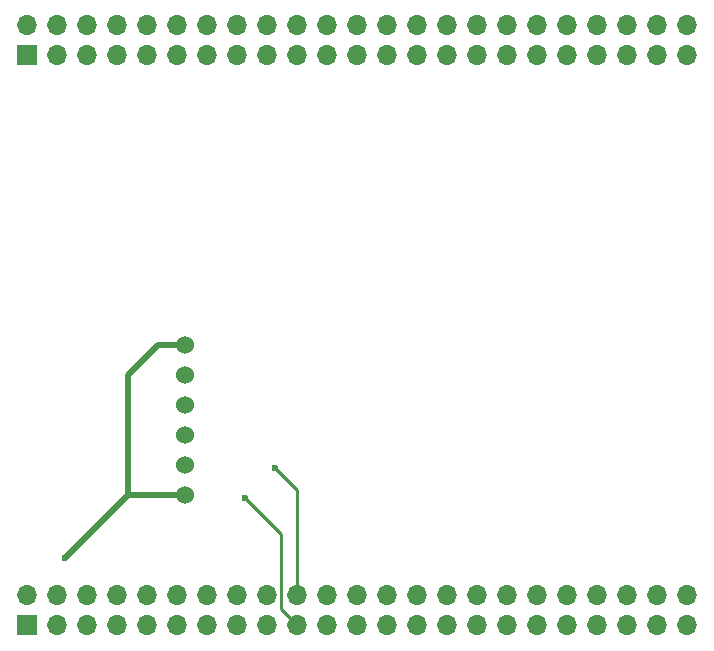
<source format=gbr>
%TF.GenerationSoftware,KiCad,Pcbnew,7.0.9*%
%TF.CreationDate,2024-01-08T22:22:32+01:00*%
%TF.ProjectId,BeaglebonePCBma_yC,42656167-6c65-4626-9f6e-655043426d61,rev?*%
%TF.SameCoordinates,Original*%
%TF.FileFunction,Copper,L2,Bot*%
%TF.FilePolarity,Positive*%
%FSLAX46Y46*%
G04 Gerber Fmt 4.6, Leading zero omitted, Abs format (unit mm)*
G04 Created by KiCad (PCBNEW 7.0.9) date 2024-01-08 22:22:32*
%MOMM*%
%LPD*%
G01*
G04 APERTURE LIST*
%TA.AperFunction,ComponentPad*%
%ADD10R,1.700000X1.700000*%
%TD*%
%TA.AperFunction,ComponentPad*%
%ADD11O,1.700000X1.700000*%
%TD*%
%TA.AperFunction,ComponentPad*%
%ADD12C,1.524000*%
%TD*%
%TA.AperFunction,ViaPad*%
%ADD13C,0.600000*%
%TD*%
%TA.AperFunction,Conductor*%
%ADD14C,0.250000*%
%TD*%
%TA.AperFunction,Conductor*%
%ADD15C,0.500000*%
%TD*%
G04 APERTURE END LIST*
D10*
%TO.P,P8,1,Pin_1*%
%TO.N,GNDD*%
X119685000Y-49835000D03*
D11*
%TO.P,P8,2,Pin_2*%
X119685000Y-47295000D03*
%TO.P,P8,3,Pin_3*%
%TO.N,/MMC1.DAT6*%
X122225000Y-49835000D03*
%TO.P,P8,4,Pin_4*%
%TO.N,/MMC1.DAT7*%
X122225000Y-47295000D03*
%TO.P,P8,5,Pin_5*%
%TO.N,/MMC1.DAT2*%
X124765000Y-49835000D03*
%TO.P,P8,6,Pin_6*%
%TO.N,/MMC1.DAT3*%
X124765000Y-47295000D03*
%TO.P,P8,7,Pin_7*%
%TO.N,/GPIO66*%
X127305000Y-49835000D03*
%TO.P,P8,8,Pin_8*%
%TO.N,/GPIO67*%
X127305000Y-47295000D03*
%TO.P,P8,9,Pin_9*%
%TO.N,/GPIO69*%
X129845000Y-49835000D03*
%TO.P,P8,10,Pin_10*%
%TO.N,/GPIO68*%
X129845000Y-47295000D03*
%TO.P,P8,11,Pin_11*%
%TO.N,/GPIO45*%
X132385000Y-49835000D03*
%TO.P,P8,12,Pin_12*%
%TO.N,/GPIO44*%
X132385000Y-47295000D03*
%TO.P,P8,13,Pin_13*%
%TO.N,/GPIO23*%
X134925000Y-49835000D03*
%TO.P,P8,14,Pin_14*%
%TO.N,/GPIO26*%
X134925000Y-47295000D03*
%TO.P,P8,15,Pin_15*%
%TO.N,/GPIO47*%
X137465000Y-49835000D03*
%TO.P,P8,16,Pin_16*%
%TO.N,/GPIO46*%
X137465000Y-47295000D03*
%TO.P,P8,17,Pin_17*%
%TO.N,/GPIO27*%
X140005000Y-49835000D03*
%TO.P,P8,18,Pin_18*%
%TO.N,/GPIO65*%
X140005000Y-47295000D03*
%TO.P,P8,19,Pin_19*%
%TO.N,/GPIO22*%
X142545000Y-49835000D03*
%TO.P,P8,20,Pin_20*%
%TO.N,/MMC1.CMD*%
X142545000Y-47295000D03*
%TO.P,P8,21,Pin_21*%
%TO.N,/MMC1.CLK*%
X145085000Y-49835000D03*
%TO.P,P8,22,Pin_22*%
%TO.N,/MMC1.DAT5*%
X145085000Y-47295000D03*
%TO.P,P8,23,Pin_23*%
%TO.N,/MMC1.DAT4*%
X147625000Y-49835000D03*
%TO.P,P8,24,Pin_24*%
%TO.N,/MMC1.DAT1*%
X147625000Y-47295000D03*
%TO.P,P8,25,Pin_25*%
%TO.N,/MMC1.DAT0*%
X150165000Y-49835000D03*
%TO.P,P8,26,Pin_26*%
%TO.N,/LCD.PCLK*%
X150165000Y-47295000D03*
%TO.P,P8,27,Pin_27*%
%TO.N,/LCD.VSYNC*%
X152705000Y-49835000D03*
%TO.P,P8,28,Pin_28*%
%TO.N,/GPIO61*%
X152705000Y-47295000D03*
%TO.P,P8,29,Pin_29*%
%TO.N,/LCD.HSYNC*%
X155245000Y-49835000D03*
%TO.P,P8,30,Pin_30*%
%TO.N,/LCD.AC_BIAS_E*%
X155245000Y-47295000D03*
%TO.P,P8,31,Pin_31*%
%TO.N,/LCD.DATA14*%
X157785000Y-49835000D03*
%TO.P,P8,32,Pin_32*%
%TO.N,/LCD.DATA15*%
X157785000Y-47295000D03*
%TO.P,P8,33,Pin_33*%
%TO.N,/LCD.DATA13*%
X160325000Y-49835000D03*
%TO.P,P8,34,Pin_34*%
%TO.N,/LCD.DATA11*%
X160325000Y-47295000D03*
%TO.P,P8,35,Pin_35*%
%TO.N,/LCD.DATA8*%
X162865000Y-49835000D03*
%TO.P,P8,36,Pin_36*%
%TO.N,/LCD.DATA10*%
X162865000Y-47295000D03*
%TO.P,P8,37,Pin_37*%
%TO.N,/LCD.DATA6*%
X165405000Y-49835000D03*
%TO.P,P8,38,Pin_38*%
%TO.N,/LCD.DATA9*%
X165405000Y-47295000D03*
%TO.P,P8,39,Pin_39*%
%TO.N,/LCD.DATA4*%
X167945000Y-49835000D03*
%TO.P,P8,40,Pin_40*%
%TO.N,/LCD.DATA7*%
X167945000Y-47295000D03*
%TO.P,P8,41,Pin_41*%
%TO.N,/LCD.DATA2*%
X170485000Y-49835000D03*
%TO.P,P8,42,Pin_42*%
%TO.N,/LCD.DATA5*%
X170485000Y-47295000D03*
%TO.P,P8,43,Pin_43*%
%TO.N,/LCD.DATA0*%
X173025000Y-49835000D03*
%TO.P,P8,44,Pin_44*%
%TO.N,/LCD.DATA3*%
X173025000Y-47295000D03*
%TO.P,P8,45,Pin_45*%
%TO.N,GNDD*%
X175565000Y-49835000D03*
%TO.P,P8,46,Pin_46*%
%TO.N,/LCD.DATA1*%
X175565000Y-47295000D03*
%TD*%
D10*
%TO.P,P9,1,Pin_1*%
%TO.N,GNDD*%
X119685000Y-98095000D03*
D11*
%TO.P,P9,2,Pin_2*%
X119685000Y-95555000D03*
%TO.P,P9,3,Pin_3*%
%TO.N,+3V3*%
X122225000Y-98095000D03*
%TO.P,P9,4,Pin_4*%
X122225000Y-95555000D03*
%TO.P,P9,5,Pin_5*%
%TO.N,+5V*%
X124765000Y-98095000D03*
%TO.P,P9,6,Pin_6*%
X124765000Y-95555000D03*
%TO.P,P9,7,Pin_7*%
%TO.N,VBUS*%
X127305000Y-98095000D03*
%TO.P,P9,8,Pin_8*%
X127305000Y-95555000D03*
%TO.P,P9,9,Pin_9*%
%TO.N,/PWR_BUT*%
X129845000Y-98095000D03*
%TO.P,P9,10,Pin_10*%
%TO.N,/~{SYS_RESET}*%
X129845000Y-95555000D03*
%TO.P,P9,11,Pin_11*%
%TO.N,/GPIO30*%
X132385000Y-98095000D03*
%TO.P,P9,12,Pin_12*%
%TO.N,/GPIO60*%
X132385000Y-95555000D03*
%TO.P,P9,13,Pin_13*%
%TO.N,/GPIO31*%
X134925000Y-98095000D03*
%TO.P,P9,14,Pin_14*%
%TO.N,/GPIO40*%
X134925000Y-95555000D03*
%TO.P,P9,15,Pin_15*%
%TO.N,/GPIO48*%
X137465000Y-98095000D03*
%TO.P,P9,16,Pin_16*%
%TO.N,/GPIO51*%
X137465000Y-95555000D03*
%TO.P,P9,17,Pin_17*%
%TO.N,/GPIO4*%
X140005000Y-98095000D03*
%TO.P,P9,18,Pin_18*%
%TO.N,/GPIO5*%
X140005000Y-95555000D03*
%TO.P,P9,19,Pin_19*%
%TO.N,/I2C2.SCL*%
X142545000Y-98095000D03*
%TO.P,P9,20,Pin_20*%
%TO.N,/I2C2.SDA*%
X142545000Y-95555000D03*
%TO.P,P9,21,Pin_21*%
%TO.N,/GPIO3*%
X145085000Y-98095000D03*
%TO.P,P9,22,Pin_22*%
%TO.N,/GPIO2*%
X145085000Y-95555000D03*
%TO.P,P9,23,Pin_23*%
%TO.N,/GPIO49*%
X147625000Y-98095000D03*
%TO.P,P9,24,Pin_24*%
%TO.N,/GPIO15*%
X147625000Y-95555000D03*
%TO.P,P9,25,Pin_25*%
%TO.N,/GPIO117*%
X150165000Y-98095000D03*
%TO.P,P9,26,Pin_26*%
%TO.N,/GPIO14*%
X150165000Y-95555000D03*
%TO.P,P9,27,Pin_27*%
%TO.N,/GPIO125*%
X152705000Y-98095000D03*
%TO.P,P9,28,Pin_28*%
%TO.N,/SPI1.CS0*%
X152705000Y-95555000D03*
%TO.P,P9,29,Pin_29*%
%TO.N,/SPI1.D0*%
X155245000Y-98095000D03*
%TO.P,P9,30,Pin_30*%
%TO.N,/GPIO122*%
X155245000Y-95555000D03*
%TO.P,P9,31,Pin_31*%
%TO.N,/SPI1.SCLK*%
X157785000Y-98095000D03*
%TO.P,P9,32,Pin_32*%
%TO.N,+1V8*%
X157785000Y-95555000D03*
%TO.P,P9,33,Pin_33*%
%TO.N,/AIN4*%
X160325000Y-98095000D03*
%TO.P,P9,34,Pin_34*%
%TO.N,GNDA*%
X160325000Y-95555000D03*
%TO.P,P9,35,Pin_35*%
%TO.N,/AIN6*%
X162865000Y-98095000D03*
%TO.P,P9,36,Pin_36*%
%TO.N,/AIN5*%
X162865000Y-95555000D03*
%TO.P,P9,37,Pin_37*%
%TO.N,/AIN2*%
X165405000Y-98095000D03*
%TO.P,P9,38,Pin_38*%
%TO.N,/AIN3*%
X165405000Y-95555000D03*
%TO.P,P9,39,Pin_39*%
%TO.N,/AIN0*%
X167945000Y-98095000D03*
%TO.P,P9,40,Pin_40*%
%TO.N,/AIN1*%
X167945000Y-95555000D03*
%TO.P,P9,41,Pin_41*%
%TO.N,/GPIO20*%
X170485000Y-98095000D03*
%TO.P,P9,42,Pin_42*%
%TO.N,/GPIO7*%
X170485000Y-95555000D03*
%TO.P,P9,43,Pin_43*%
%TO.N,GNDD*%
X173025000Y-98095000D03*
%TO.P,P9,44,Pin_44*%
X173025000Y-95555000D03*
%TO.P,P9,45,Pin_45*%
X175565000Y-98095000D03*
%TO.P,P9,46,Pin_46*%
X175565000Y-95555000D03*
%TD*%
D12*
%TO.P,U2,1,VCC*%
%TO.N,+3V3*%
X133020000Y-87046000D03*
%TO.P,U2,2,GND*%
%TO.N,GNDD*%
X133020000Y-84506000D03*
%TO.P,U2,3,SCL*%
%TO.N,/I2C2.SCL*%
X133020000Y-81966000D03*
%TO.P,U2,4,SDA*%
%TO.N,/I2C2.SDA*%
X133020000Y-79426000D03*
%TO.P,U2,5,CSB*%
%TO.N,unconnected-(U2-CSB-Pad5)*%
X133020000Y-76886000D03*
%TO.P,U2,6,SDO*%
%TO.N,+3V3*%
X133020000Y-74346000D03*
%TD*%
D13*
%TO.N,/I2C2.SDA*%
X140640000Y-84760000D03*
%TO.N,/I2C2.SCL*%
X138100000Y-87300000D03*
%TO.N,+3V3*%
X122860000Y-92380000D03*
%TD*%
D14*
%TO.N,/I2C2.SDA*%
X142545000Y-86665000D02*
X142545000Y-95555000D01*
X140640000Y-84760000D02*
X142545000Y-86665000D01*
%TO.N,/I2C2.SCL*%
X138100000Y-87300000D02*
X141180000Y-90380000D01*
X141180000Y-90380000D02*
X141180000Y-96730000D01*
X141180000Y-96730000D02*
X142545000Y-98095000D01*
D15*
%TO.N,+3V3*%
X130734000Y-74346000D02*
X133020000Y-74346000D01*
X128194000Y-76886000D02*
X130734000Y-74346000D01*
X128194000Y-87046000D02*
X128194000Y-76886000D01*
X122860000Y-92380000D02*
X128194000Y-87046000D01*
X128194000Y-87046000D02*
X133020000Y-87046000D01*
%TD*%
M02*

</source>
